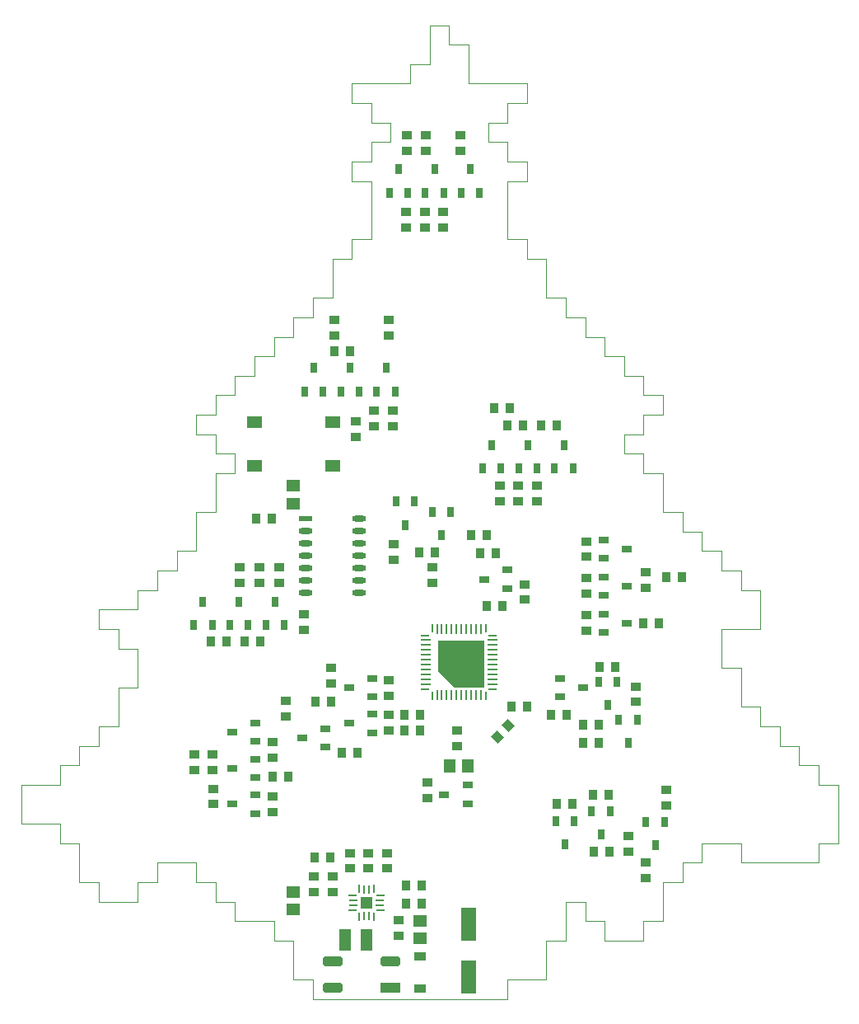
<source format=gtp>
G04 Layer_Color=8421504*
%FSLAX24Y24*%
%MOIN*%
G70*
G01*
G75*
%ADD10O,0.0098X0.0374*%
%ADD11O,0.0098X0.0413*%
%ADD12O,0.0374X0.0098*%
%ADD13O,0.0413X0.0098*%
%ADD14R,0.0394X0.0394*%
%ADD15R,0.0354X0.0394*%
%ADD16R,0.0571X0.0453*%
%ADD17R,0.0394X0.0354*%
G04:AMPARAMS|DCode=18|XSize=78.7mil|YSize=39.4mil|CornerRadius=6.9mil|HoleSize=0mil|Usage=FLASHONLY|Rotation=180.000|XOffset=0mil|YOffset=0mil|HoleType=Round|Shape=RoundedRectangle|*
%AMROUNDEDRECTD18*
21,1,0.0787,0.0256,0,0,180.0*
21,1,0.0650,0.0394,0,0,180.0*
1,1,0.0138,-0.0325,0.0128*
1,1,0.0138,0.0325,0.0128*
1,1,0.0138,0.0325,-0.0128*
1,1,0.0138,-0.0325,-0.0128*
%
%ADD18ROUNDEDRECTD18*%
%ADD19R,0.0787X0.0394*%
%ADD20R,0.0484X0.0874*%
%ADD21R,0.0394X0.0315*%
%ADD22R,0.0315X0.0394*%
%ADD23R,0.0571X0.0236*%
%ADD24O,0.0571X0.0236*%
G04:AMPARAMS|DCode=25|XSize=39.4mil|YSize=35.4mil|CornerRadius=0mil|HoleSize=0mil|Usage=FLASHONLY|Rotation=135.000|XOffset=0mil|YOffset=0mil|HoleType=Round|Shape=Rectangle|*
%AMROTATEDRECTD25*
4,1,4,0.0264,-0.0014,0.0014,-0.0264,-0.0264,0.0014,-0.0014,0.0264,0.0264,-0.0014,0.0*
%
%ADD25ROTATEDRECTD25*%

%ADD26R,0.0630X0.0512*%
%ADD27R,0.0480X0.0358*%
%ADD28R,0.0512X0.0512*%
%ADD29O,0.0354X0.0098*%
%ADD30O,0.0098X0.0354*%
%ADD31R,0.0630X0.1378*%
%ADD32R,0.0453X0.0571*%
%ADD42C,0.0049*%
G36*
X-14331Y12598D02*
X-15512D01*
X-16181Y13268D01*
Y14488D01*
X-14331D01*
Y12598D01*
D02*
G37*
D10*
X-14272Y14990D02*
D03*
X-16437D02*
D03*
Y12254D02*
D03*
X-14272D02*
D03*
X-18996Y3356D02*
D03*
X-19193D02*
D03*
Y4439D02*
D03*
X-18996D02*
D03*
D11*
X-14468Y14970D02*
D03*
X-14665D02*
D03*
X-14862D02*
D03*
X-15059D02*
D03*
X-15256D02*
D03*
X-15453D02*
D03*
X-15650D02*
D03*
X-15846D02*
D03*
X-16043D02*
D03*
X-16240D02*
D03*
Y12274D02*
D03*
X-16043D02*
D03*
X-15846D02*
D03*
X-15650D02*
D03*
X-15453D02*
D03*
X-15256D02*
D03*
X-15059D02*
D03*
X-14862D02*
D03*
X-14665D02*
D03*
X-14468D02*
D03*
D12*
X-16722Y14705D02*
D03*
Y12539D02*
D03*
X-13986D02*
D03*
Y14705D02*
D03*
X-18553Y3996D02*
D03*
Y3799D02*
D03*
X-19636D02*
D03*
Y3996D02*
D03*
D13*
X-16703Y14508D02*
D03*
Y14311D02*
D03*
Y14114D02*
D03*
Y13917D02*
D03*
Y13720D02*
D03*
Y13524D02*
D03*
Y13327D02*
D03*
Y13130D02*
D03*
Y12933D02*
D03*
Y12736D02*
D03*
X-14006D02*
D03*
Y12933D02*
D03*
Y13130D02*
D03*
Y13327D02*
D03*
Y13524D02*
D03*
Y13720D02*
D03*
Y13917D02*
D03*
Y14114D02*
D03*
Y14311D02*
D03*
Y14508D02*
D03*
D14*
X-15354Y13622D02*
D03*
D15*
X-22913Y19409D02*
D03*
X-23543D02*
D03*
X-17480Y4606D02*
D03*
X-16850D02*
D03*
X-19449Y9961D02*
D03*
X-20079D02*
D03*
X-22244Y8976D02*
D03*
X-22874D02*
D03*
X-11378Y7874D02*
D03*
X-10748D02*
D03*
X-23386Y14449D02*
D03*
X-24016D02*
D03*
X-13228Y11811D02*
D03*
X-12598D02*
D03*
X-14213Y18740D02*
D03*
X-14843D02*
D03*
X-9921Y8268D02*
D03*
X-9291D02*
D03*
X-24764Y14449D02*
D03*
X-25394D02*
D03*
X-9646Y13425D02*
D03*
X-9016D02*
D03*
X-6969Y17047D02*
D03*
X-6339D02*
D03*
X-7874Y15197D02*
D03*
X-7244D02*
D03*
X-13858Y18032D02*
D03*
X-14488D02*
D03*
X-16968Y18071D02*
D03*
X-16339D02*
D03*
X-21142Y12008D02*
D03*
X-20512D02*
D03*
X-11378Y23189D02*
D03*
X-12008D02*
D03*
X-13937Y23898D02*
D03*
X-13307D02*
D03*
X-13386Y23189D02*
D03*
X-12756D02*
D03*
X-11614Y11496D02*
D03*
X-10984D02*
D03*
X-10315Y10354D02*
D03*
X-9685D02*
D03*
X-20394Y26181D02*
D03*
X-19764D02*
D03*
X-10315Y11102D02*
D03*
X-9685D02*
D03*
X-9252Y5945D02*
D03*
X-9882D02*
D03*
X-17559Y11496D02*
D03*
X-16929D02*
D03*
X-17559Y10866D02*
D03*
X-16929D02*
D03*
X-20551Y5709D02*
D03*
X-21181D02*
D03*
X-16850Y3858D02*
D03*
X-17480D02*
D03*
X-13583Y15906D02*
D03*
X-14213D02*
D03*
D16*
X-16929Y2441D02*
D03*
Y3150D02*
D03*
X-22047Y20748D02*
D03*
Y20039D02*
D03*
Y4331D02*
D03*
Y3622D02*
D03*
D17*
X-18268Y5276D02*
D03*
Y5906D02*
D03*
X-10197Y14882D02*
D03*
Y15512D02*
D03*
Y17874D02*
D03*
Y18504D02*
D03*
X-12953Y20118D02*
D03*
Y20748D02*
D03*
X-15984Y31181D02*
D03*
Y31811D02*
D03*
X-17480Y31181D02*
D03*
Y31811D02*
D03*
X-12677Y16142D02*
D03*
Y16772D02*
D03*
X-18032Y23150D02*
D03*
Y23780D02*
D03*
X-19528Y22717D02*
D03*
Y23346D02*
D03*
X-18189Y12874D02*
D03*
Y12244D02*
D03*
X-6969Y8465D02*
D03*
Y7835D02*
D03*
X-8189Y12638D02*
D03*
Y12008D02*
D03*
X-10197Y16378D02*
D03*
Y17008D02*
D03*
X-12205Y20118D02*
D03*
Y20748D02*
D03*
X-13701Y20118D02*
D03*
Y20748D02*
D03*
X-16732Y31181D02*
D03*
Y31811D02*
D03*
X-17992Y17756D02*
D03*
Y18386D02*
D03*
X-18780Y23150D02*
D03*
Y23780D02*
D03*
X-18189Y10866D02*
D03*
Y11496D02*
D03*
X-22874Y9764D02*
D03*
Y10394D02*
D03*
Y8189D02*
D03*
Y7559D02*
D03*
X-21614Y15551D02*
D03*
Y14921D02*
D03*
X-24213Y17441D02*
D03*
Y16811D02*
D03*
X-7795Y17244D02*
D03*
Y16614D02*
D03*
X-22638Y17441D02*
D03*
Y16811D02*
D03*
X-23425Y17441D02*
D03*
Y16811D02*
D03*
X-22362Y12047D02*
D03*
Y11417D02*
D03*
X-16417Y17441D02*
D03*
Y16811D02*
D03*
X-20512Y13386D02*
D03*
Y12756D02*
D03*
X-26063Y9252D02*
D03*
Y9882D02*
D03*
X-25276Y8504D02*
D03*
Y7874D02*
D03*
X-25315Y9252D02*
D03*
Y9882D02*
D03*
X-18189Y26811D02*
D03*
Y27441D02*
D03*
X-20394Y26811D02*
D03*
Y27441D02*
D03*
X-15276Y34291D02*
D03*
Y34921D02*
D03*
X-17441Y34291D02*
D03*
Y34921D02*
D03*
X-7795Y4882D02*
D03*
Y5512D02*
D03*
X-16693Y34291D02*
D03*
Y34921D02*
D03*
X-8504Y5945D02*
D03*
Y6575D02*
D03*
X-19016Y5276D02*
D03*
Y5906D02*
D03*
X-19764Y5276D02*
D03*
Y5906D02*
D03*
X-20472Y4331D02*
D03*
Y4961D02*
D03*
X-21220Y4331D02*
D03*
Y4961D02*
D03*
X-15433Y10866D02*
D03*
Y10236D02*
D03*
X-16614Y8740D02*
D03*
Y8110D02*
D03*
X-17795Y2559D02*
D03*
Y3189D02*
D03*
D18*
X-20453Y453D02*
D03*
Y1516D02*
D03*
X-18130D02*
D03*
D19*
Y453D02*
D03*
D20*
X-19955Y2402D02*
D03*
X-19100D02*
D03*
D21*
X-8543Y18189D02*
D03*
X-9488Y17815D02*
D03*
Y18563D02*
D03*
X-8543Y16693D02*
D03*
X-9488Y16319D02*
D03*
Y17067D02*
D03*
X-8543Y15197D02*
D03*
X-9488Y14823D02*
D03*
Y15571D02*
D03*
X-14331Y16968D02*
D03*
X-13386Y17343D02*
D03*
Y16594D02*
D03*
X-21693Y10551D02*
D03*
X-20748Y10925D02*
D03*
Y10177D02*
D03*
X-10315Y12598D02*
D03*
X-11260Y12224D02*
D03*
Y12972D02*
D03*
X-19803Y11142D02*
D03*
X-18858Y11516D02*
D03*
Y10768D02*
D03*
X-24528Y9331D02*
D03*
X-23583Y9705D02*
D03*
Y8957D02*
D03*
X-19803Y12598D02*
D03*
X-18858Y12972D02*
D03*
Y12224D02*
D03*
X-24528Y7874D02*
D03*
X-23583Y8248D02*
D03*
Y7500D02*
D03*
X-24528Y10787D02*
D03*
X-23583Y11161D02*
D03*
Y10413D02*
D03*
X-15945Y8268D02*
D03*
X-15000Y8642D02*
D03*
Y7894D02*
D03*
D22*
X-9606Y6654D02*
D03*
X-9980Y7598D02*
D03*
X-9232D02*
D03*
X-16339Y33543D02*
D03*
X-15965Y32598D02*
D03*
X-16713D02*
D03*
X-7402Y6220D02*
D03*
X-7776Y7165D02*
D03*
X-7028D02*
D03*
X-25709Y16063D02*
D03*
X-25335Y15118D02*
D03*
X-26083D02*
D03*
X-17795Y33543D02*
D03*
X-17421Y32598D02*
D03*
X-18169D02*
D03*
X-11063Y6260D02*
D03*
X-11437Y7205D02*
D03*
X-10689D02*
D03*
X-22795Y16063D02*
D03*
X-22421Y15118D02*
D03*
X-23169D02*
D03*
X-14882Y33543D02*
D03*
X-14508Y32598D02*
D03*
X-15256D02*
D03*
X-9331Y11890D02*
D03*
X-9705Y12835D02*
D03*
X-8957D02*
D03*
X-24252Y16063D02*
D03*
X-23878Y15118D02*
D03*
X-24626D02*
D03*
X-19764Y25512D02*
D03*
X-19390Y24567D02*
D03*
X-20138D02*
D03*
X-16063Y18740D02*
D03*
X-16437Y19685D02*
D03*
X-15689D02*
D03*
X-8504Y10354D02*
D03*
X-8878Y11299D02*
D03*
X-8130D02*
D03*
X-21220Y25512D02*
D03*
X-20846Y24567D02*
D03*
X-21594D02*
D03*
X-17520Y19173D02*
D03*
X-17894Y20118D02*
D03*
X-17146D02*
D03*
X-18307Y25512D02*
D03*
X-17933Y24567D02*
D03*
X-18681D02*
D03*
X-11102Y22402D02*
D03*
X-10728Y21457D02*
D03*
X-11476D02*
D03*
X-12559Y22402D02*
D03*
X-12185Y21457D02*
D03*
X-12933D02*
D03*
X-14016Y22402D02*
D03*
X-13642Y21457D02*
D03*
X-14390D02*
D03*
D23*
X-21545Y19413D02*
D03*
D24*
Y18913D02*
D03*
Y18413D02*
D03*
Y17913D02*
D03*
Y17413D02*
D03*
Y16913D02*
D03*
Y16413D02*
D03*
X-19400Y19413D02*
D03*
Y18913D02*
D03*
Y18413D02*
D03*
Y17913D02*
D03*
Y17413D02*
D03*
Y16913D02*
D03*
Y16413D02*
D03*
D25*
X-13354Y11049D02*
D03*
X-13799Y10604D02*
D03*
D26*
X-23622Y21555D02*
D03*
X-20472D02*
D03*
Y23327D02*
D03*
X-23622D02*
D03*
D27*
X-16929Y1707D02*
D03*
Y419D02*
D03*
D28*
X-19094Y3898D02*
D03*
D29*
X-18533Y4193D02*
D03*
Y3602D02*
D03*
X-19656D02*
D03*
Y4193D02*
D03*
D30*
X-18799Y3337D02*
D03*
X-19390D02*
D03*
Y4459D02*
D03*
X-18799D02*
D03*
D31*
X-14961Y3031D02*
D03*
Y906D02*
D03*
D32*
X-15709Y9409D02*
D03*
X-15000D02*
D03*
D42*
X-21260Y0D02*
Y787D01*
X-22047D02*
X-21260D01*
X-22047D02*
Y2362D01*
X-22835D02*
X-22047D01*
X-22835D02*
Y3150D01*
X-24409D02*
X-22835D01*
X-24409D02*
Y3937D01*
X-25197D02*
X-24409D01*
X-25197D02*
Y4724D01*
X-25984D02*
X-25197D01*
X-25984D02*
Y5512D01*
X-27559D02*
X-25984D01*
X-27559Y4724D02*
Y5512D01*
X-28346Y4724D02*
X-27559D01*
X-28346Y3937D02*
Y4724D01*
X-29921Y3937D02*
X-28346D01*
X-29921D02*
Y4724D01*
X-30709D02*
X-29921D01*
X-30709D02*
Y6299D01*
X-31496D02*
X-30709D01*
X-31496D02*
Y7087D01*
X-33071D02*
X-31496D01*
X-33071D02*
Y8661D01*
X-31496D01*
Y9449D01*
X-30709D01*
Y10236D01*
X-29921D01*
Y11024D01*
X-29134D01*
Y12598D01*
X-28346D01*
Y14173D01*
X-29134D02*
X-28346D01*
X-29134D02*
Y14961D01*
X-29921D02*
X-29134D01*
X-29921D02*
Y15748D01*
X-28346D01*
Y16535D01*
X-27559D01*
Y17323D01*
X-26772D01*
Y18110D01*
X-25984D01*
Y19685D01*
X-25197D01*
Y21260D01*
X-24409D01*
Y22047D01*
X-25197D02*
X-24409D01*
X-25197D02*
Y22835D01*
X-25984D02*
X-25197D01*
X-25984D02*
Y23622D01*
X-25197D01*
Y24409D01*
X-24409D01*
Y25197D01*
X-23622D01*
Y25984D01*
X-22835D01*
Y26772D01*
X-22047D01*
Y27559D01*
X-21260D01*
Y28346D01*
X-20472D01*
Y29921D01*
X-19685D01*
Y30709D01*
X-18898D01*
Y33071D01*
X-19685D02*
X-18898D01*
X-19685D02*
Y33858D01*
X-18898D01*
Y34646D01*
X-18110D01*
Y35433D01*
X-18898D02*
X-18110D01*
X-18898D02*
Y36220D01*
X-19685D02*
X-18898D01*
X-19685D02*
Y37008D01*
X-17323D01*
Y37795D01*
X-16535D01*
Y39370D01*
X-15748D01*
Y38583D02*
Y39370D01*
Y38583D02*
X-14961D01*
Y37008D02*
Y38583D01*
Y37008D02*
X-12598D01*
Y36220D02*
Y37008D01*
X-13386Y36220D02*
X-12598D01*
X-13386Y35433D02*
Y36220D01*
X-14173Y35433D02*
X-13386D01*
X-14173Y34646D02*
Y35433D01*
Y34646D02*
X-13386D01*
Y33858D02*
Y34646D01*
Y33858D02*
X-12598D01*
Y33071D02*
Y33858D01*
X-13386Y33071D02*
X-12598D01*
X-13386Y32283D02*
Y33071D01*
Y30709D02*
Y32283D01*
Y30709D02*
X-12598D01*
Y29921D02*
Y30709D01*
Y29921D02*
X-11811D01*
Y28346D02*
Y29921D01*
Y28346D02*
X-11024D01*
Y27559D02*
Y28346D01*
Y27559D02*
X-10236D01*
Y26772D02*
Y27559D01*
Y26772D02*
X-9449D01*
Y25984D02*
Y26772D01*
Y25984D02*
X-8661D01*
Y25197D02*
Y25984D01*
Y25197D02*
X-7874D01*
Y24409D02*
Y25197D01*
Y24409D02*
X-7087D01*
Y23622D02*
Y24409D01*
X-7874Y23622D02*
X-7087D01*
X-7874Y22835D02*
Y23622D01*
X-8661Y22835D02*
X-7874D01*
X-8661Y22047D02*
Y22835D01*
Y22047D02*
X-7874D01*
Y21260D02*
Y22047D01*
Y21260D02*
X-7087D01*
Y19685D02*
Y21260D01*
Y19685D02*
X-6299D01*
Y18898D02*
Y19685D01*
Y18898D02*
X-5512D01*
Y18110D02*
Y18898D01*
Y18110D02*
X-4724D01*
Y17323D02*
Y18110D01*
Y17323D02*
X-3937D01*
Y16535D02*
Y17323D01*
Y16535D02*
X-3150D01*
Y14961D02*
Y16535D01*
X-4724Y14961D02*
X-3150D01*
X-4724Y13386D02*
Y14961D01*
Y13386D02*
X-3937D01*
Y11811D02*
Y13386D01*
Y11811D02*
X-3150D01*
Y11024D02*
Y11811D01*
Y11024D02*
X-2362D01*
Y10236D02*
Y11024D01*
Y10236D02*
X-1575D01*
Y9449D02*
Y10236D01*
Y9449D02*
X-787D01*
Y8661D02*
Y9449D01*
Y8661D02*
X0D01*
Y6299D02*
Y8661D01*
X-787Y6299D02*
X0D01*
X-787Y5512D02*
Y6299D01*
X-3937Y5512D02*
X-787D01*
X-3937D02*
Y6299D01*
X-5512D02*
X-3937D01*
X-5512Y5512D02*
Y6299D01*
X-6299Y5512D02*
X-5512D01*
X-6299Y4724D02*
Y5512D01*
X-7087Y4724D02*
X-6299D01*
X-7087Y3150D02*
Y4724D01*
X-7874Y3150D02*
X-7087D01*
X-7874Y2362D02*
Y3150D01*
X-9449Y2362D02*
X-7874D01*
X-9449D02*
Y3150D01*
X-10236D02*
X-9449D01*
X-10236D02*
Y3937D01*
X-11024D02*
X-10236D01*
X-11024Y2362D02*
Y3937D01*
X-11811Y2362D02*
X-11024D01*
X-11811Y787D02*
Y2362D01*
X-13386Y787D02*
X-11811D01*
X-13386Y0D02*
Y787D01*
X-21260Y0D02*
X-13386D01*
M02*

</source>
